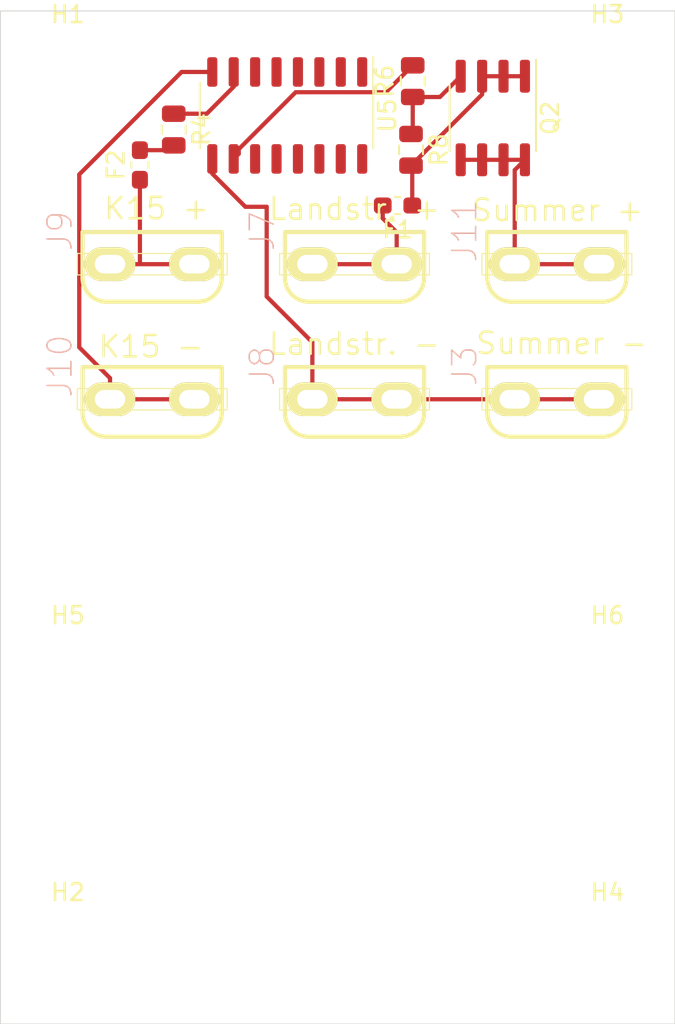
<source format=kicad_pcb>
(kicad_pcb (version 20171130) (host pcbnew "(5.1.5)-3")

  (general
    (thickness 1.6)
    (drawings 4)
    (tracks 55)
    (zones 0)
    (modules 19)
    (nets 11)
  )

  (page A4)
  (layers
    (0 F.Cu power)
    (1 In1.Cu signal)
    (2 In2.Cu signal)
    (31 B.Cu power)
    (32 B.Adhes user)
    (33 F.Adhes user)
    (34 B.Paste user)
    (35 F.Paste user)
    (36 B.SilkS user)
    (37 F.SilkS user)
    (38 B.Mask user)
    (39 F.Mask user)
    (40 Dwgs.User user)
    (41 Cmts.User user)
    (42 Eco1.User user)
    (43 Eco2.User user)
    (44 Edge.Cuts user)
    (45 Margin user)
    (46 B.CrtYd user)
    (47 F.CrtYd user)
    (48 B.Fab user)
    (49 F.Fab user hide)
  )

  (setup
    (last_trace_width 0.25)
    (trace_clearance 0.2)
    (zone_clearance 0.508)
    (zone_45_only yes)
    (trace_min 0.2)
    (via_size 0.8)
    (via_drill 0.4)
    (via_min_size 0.4)
    (via_min_drill 0.3)
    (uvia_size 0.3)
    (uvia_drill 0.1)
    (uvias_allowed no)
    (uvia_min_size 0.2)
    (uvia_min_drill 0.1)
    (edge_width 0.05)
    (segment_width 0.2)
    (pcb_text_width 0.3)
    (pcb_text_size 1.5 1.5)
    (mod_edge_width 0.12)
    (mod_text_size 1 1)
    (mod_text_width 0.15)
    (pad_size 2.54 2.54)
    (pad_drill 1.3208)
    (pad_to_mask_clearance 0.05)
    (aux_axis_origin 0 0)
    (visible_elements 7FFFFFFF)
    (pcbplotparams
      (layerselection 0x010fc_ffffffff)
      (usegerberextensions false)
      (usegerberattributes true)
      (usegerberadvancedattributes true)
      (creategerberjobfile true)
      (excludeedgelayer true)
      (linewidth 0.100000)
      (plotframeref false)
      (viasonmask false)
      (mode 1)
      (useauxorigin false)
      (hpglpennumber 1)
      (hpglpenspeed 20)
      (hpglpendiameter 15.000000)
      (psnegative false)
      (psa4output false)
      (plotreference true)
      (plotvalue true)
      (plotinvisibletext false)
      (padsonsilk false)
      (subtractmaskfromsilk false)
      (outputformat 1)
      (mirror false)
      (drillshape 1)
      (scaleselection 1)
      (outputdirectory ""))
  )

  (net 0 "")
  (net 1 GND)
  (net 2 +12V)
  (net 3 "Net-(Q2-Pad4)")
  (net 4 "Net-(R4-Pad1)")
  (net 5 "Net-(R6-Pad2)")
  (net 6 /K15_plus)
  (net 7 /K15_minus)
  (net 8 /Warn_plus)
  (net 9 "Net-(F1-Pad2)")
  (net 10 "Net-(F2-Pad1)")

  (net_class Default "This is the default net class."
    (clearance 0.2)
    (trace_width 0.25)
    (via_dia 0.8)
    (via_drill 0.4)
    (uvia_dia 0.3)
    (uvia_drill 0.1)
    (add_net +12V)
    (add_net /K15_minus)
    (add_net /K15_plus)
    (add_net /Warn_plus)
    (add_net GND)
    (add_net "Net-(F1-Pad2)")
    (add_net "Net-(F2-Pad1)")
    (add_net "Net-(Q2-Pad4)")
    (add_net "Net-(R4-Pad1)")
    (add_net "Net-(R6-Pad2)")
  )

  (net_class Antenne ""
    (clearance 0)
    (trace_width 0.2)
    (via_dia 0.6)
    (via_drill 0.4)
    (uvia_dia 0.3)
    (uvia_drill 0.1)
  )

  (net_class Power ""
    (clearance 0.2)
    (trace_width 1.2)
    (via_dia 1)
    (via_drill 0.6)
    (uvia_dia 1)
    (uvia_drill 0.6)
  )

  (module Resistor_SMD:R_0603_1608Metric_Pad1.05x0.95mm_HandSolder (layer F.Cu) (tedit 5B301BBD) (tstamp 603D5BDF)
    (at 17.272 18.1216 90)
    (descr "Resistor SMD 0603 (1608 Metric), square (rectangular) end terminal, IPC_7351 nominal with elongated pad for handsoldering. (Body size source: http://www.tortai-tech.com/upload/download/2011102023233369053.pdf), generated with kicad-footprint-generator")
    (tags "resistor handsolder")
    (path /60413092)
    (attr smd)
    (fp_text reference F2 (at 0 -1.43 90) (layer F.SilkS)
      (effects (font (size 1 1) (thickness 0.15)))
    )
    (fp_text value Polyfuse (at 0 1.43 90) (layer F.Fab)
      (effects (font (size 1 1) (thickness 0.15)))
    )
    (fp_text user %R (at 0 0 90) (layer F.Fab)
      (effects (font (size 0.4 0.4) (thickness 0.06)))
    )
    (fp_line (start 1.65 0.73) (end -1.65 0.73) (layer F.CrtYd) (width 0.05))
    (fp_line (start 1.65 -0.73) (end 1.65 0.73) (layer F.CrtYd) (width 0.05))
    (fp_line (start -1.65 -0.73) (end 1.65 -0.73) (layer F.CrtYd) (width 0.05))
    (fp_line (start -1.65 0.73) (end -1.65 -0.73) (layer F.CrtYd) (width 0.05))
    (fp_line (start -0.171267 0.51) (end 0.171267 0.51) (layer F.SilkS) (width 0.12))
    (fp_line (start -0.171267 -0.51) (end 0.171267 -0.51) (layer F.SilkS) (width 0.12))
    (fp_line (start 0.8 0.4) (end -0.8 0.4) (layer F.Fab) (width 0.1))
    (fp_line (start 0.8 -0.4) (end 0.8 0.4) (layer F.Fab) (width 0.1))
    (fp_line (start -0.8 -0.4) (end 0.8 -0.4) (layer F.Fab) (width 0.1))
    (fp_line (start -0.8 0.4) (end -0.8 -0.4) (layer F.Fab) (width 0.1))
    (pad 2 smd roundrect (at 0.875 0 90) (size 1.05 0.95) (layers F.Cu F.Paste F.Mask) (roundrect_rratio 0.25)
      (net 6 /K15_plus))
    (pad 1 smd roundrect (at -0.875 0 90) (size 1.05 0.95) (layers F.Cu F.Paste F.Mask) (roundrect_rratio 0.25)
      (net 10 "Net-(F2-Pad1)"))
    (model ${KISYS3DMOD}/Resistor_SMD.3dshapes/R_0603_1608Metric.wrl
      (at (xyz 0 0 0))
      (scale (xyz 1 1 1))
      (rotate (xyz 0 0 0))
    )
  )

  (module Resistor_SMD:R_0603_1608Metric_Pad1.05x0.95mm_HandSolder (layer F.Cu) (tedit 5B301BBD) (tstamp 603D5BCE)
    (at 32.5488 20.5232 180)
    (descr "Resistor SMD 0603 (1608 Metric), square (rectangular) end terminal, IPC_7351 nominal with elongated pad for handsoldering. (Body size source: http://www.tortai-tech.com/upload/download/2011102023233369053.pdf), generated with kicad-footprint-generator")
    (tags "resistor handsolder")
    (path /60411390)
    (attr smd)
    (fp_text reference F1 (at 0 -1.43) (layer F.SilkS)
      (effects (font (size 1 1) (thickness 0.15)))
    )
    (fp_text value Polyfuse (at 0 1.43) (layer F.Fab)
      (effects (font (size 1 1) (thickness 0.15)))
    )
    (fp_text user %R (at 0 0) (layer F.Fab)
      (effects (font (size 0.4 0.4) (thickness 0.06)))
    )
    (fp_line (start 1.65 0.73) (end -1.65 0.73) (layer F.CrtYd) (width 0.05))
    (fp_line (start 1.65 -0.73) (end 1.65 0.73) (layer F.CrtYd) (width 0.05))
    (fp_line (start -1.65 -0.73) (end 1.65 -0.73) (layer F.CrtYd) (width 0.05))
    (fp_line (start -1.65 0.73) (end -1.65 -0.73) (layer F.CrtYd) (width 0.05))
    (fp_line (start -0.171267 0.51) (end 0.171267 0.51) (layer F.SilkS) (width 0.12))
    (fp_line (start -0.171267 -0.51) (end 0.171267 -0.51) (layer F.SilkS) (width 0.12))
    (fp_line (start 0.8 0.4) (end -0.8 0.4) (layer F.Fab) (width 0.1))
    (fp_line (start 0.8 -0.4) (end 0.8 0.4) (layer F.Fab) (width 0.1))
    (fp_line (start -0.8 -0.4) (end 0.8 -0.4) (layer F.Fab) (width 0.1))
    (fp_line (start -0.8 0.4) (end -0.8 -0.4) (layer F.Fab) (width 0.1))
    (pad 2 smd roundrect (at 0.875 0 180) (size 1.05 0.95) (layers F.Cu F.Paste F.Mask) (roundrect_rratio 0.25)
      (net 9 "Net-(F1-Pad2)"))
    (pad 1 smd roundrect (at -0.875 0 180) (size 1.05 0.95) (layers F.Cu F.Paste F.Mask) (roundrect_rratio 0.25)
      (net 2 +12V))
    (model ${KISYS3DMOD}/Resistor_SMD.3dshapes/R_0603_1608Metric.wrl
      (at (xyz 0 0 0))
      (scale (xyz 1 1 1))
      (rotate (xyz 0 0 0))
    )
  )

  (module MountingHole:MountingHole_2.2mm_M2 (layer F.Cu) (tedit 56D1B4CB) (tstamp 603D4C91)
    (at 45 48)
    (descr "Mounting Hole 2.2mm, no annular, M2")
    (tags "mounting hole 2.2mm no annular m2")
    (path /6040C43F)
    (attr virtual)
    (fp_text reference H6 (at 0 -3.2) (layer F.SilkS)
      (effects (font (size 1 1) (thickness 0.15)))
    )
    (fp_text value MountingHole (at 0 3.2) (layer F.Fab)
      (effects (font (size 1 1) (thickness 0.15)))
    )
    (fp_circle (center 0 0) (end 2.45 0) (layer F.CrtYd) (width 0.05))
    (fp_circle (center 0 0) (end 2.2 0) (layer Cmts.User) (width 0.15))
    (fp_text user %R (at 0.3 0) (layer F.Fab)
      (effects (font (size 1 1) (thickness 0.15)))
    )
    (pad 1 np_thru_hole circle (at 0 0) (size 2.2 2.2) (drill 2.2) (layers *.Cu *.Mask))
  )

  (module MountingHole:MountingHole_2.2mm_M2 (layer F.Cu) (tedit 56D1B4CB) (tstamp 603D4C89)
    (at 13 48)
    (descr "Mounting Hole 2.2mm, no annular, M2")
    (tags "mounting hole 2.2mm no annular m2")
    (path /6040C435)
    (attr virtual)
    (fp_text reference H5 (at 0 -3.2) (layer F.SilkS)
      (effects (font (size 1 1) (thickness 0.15)))
    )
    (fp_text value MountingHole (at 0 3.2) (layer F.Fab)
      (effects (font (size 1 1) (thickness 0.15)))
    )
    (fp_circle (center 0 0) (end 2.45 0) (layer F.CrtYd) (width 0.05))
    (fp_circle (center 0 0) (end 2.2 0) (layer Cmts.User) (width 0.15))
    (fp_text user %R (at 0.3 0) (layer F.Fab)
      (effects (font (size 1 1) (thickness 0.15)))
    )
    (pad 1 np_thru_hole circle (at 0 0) (size 2.2 2.2) (drill 2.2) (layers *.Cu *.Mask))
  )

  (module MountingHole:MountingHole_3.2mm_M3_DIN965 (layer F.Cu) (tedit 56D1B4CB) (tstamp 603D2CF0)
    (at 13 13)
    (descr "Mounting Hole 3.2mm, no annular, M3, DIN965")
    (tags "mounting hole 3.2mm no annular m3 din965")
    (path /60433D85)
    (attr virtual)
    (fp_text reference H1 (at 0 -3.8) (layer F.SilkS)
      (effects (font (size 1 1) (thickness 0.15)))
    )
    (fp_text value MountingHole (at 0 3.8) (layer F.Fab)
      (effects (font (size 1 1) (thickness 0.15)))
    )
    (fp_text user %R (at 0.3 0) (layer F.Fab)
      (effects (font (size 1 1) (thickness 0.15)))
    )
    (fp_circle (center 0 0) (end 2.8 0) (layer Cmts.User) (width 0.15))
    (fp_circle (center 0 0) (end 3.05 0) (layer F.CrtYd) (width 0.05))
    (pad 1 np_thru_hole circle (at 0 0) (size 3.2 3.2) (drill 3.2) (layers *.Cu *.Mask))
  )

  (module MountingHole:MountingHole_3.2mm_M3_DIN965 (layer F.Cu) (tedit 56D1B4CB) (tstamp 603D2CF8)
    (at 13 65)
    (descr "Mounting Hole 3.2mm, no annular, M3, DIN965")
    (tags "mounting hole 3.2mm no annular m3 din965")
    (path /60438F02)
    (attr virtual)
    (fp_text reference H2 (at 0 -3.8) (layer F.SilkS)
      (effects (font (size 1 1) (thickness 0.15)))
    )
    (fp_text value MountingHole (at 0 3.8) (layer F.Fab)
      (effects (font (size 1 1) (thickness 0.15)))
    )
    (fp_text user %R (at 0.3 0) (layer F.Fab)
      (effects (font (size 1 1) (thickness 0.15)))
    )
    (fp_circle (center 0 0) (end 2.8 0) (layer Cmts.User) (width 0.15))
    (fp_circle (center 0 0) (end 3.05 0) (layer F.CrtYd) (width 0.05))
    (pad 1 np_thru_hole circle (at 0 0) (size 3.2 3.2) (drill 3.2) (layers *.Cu *.Mask))
  )

  (module MountingHole:MountingHole_3.2mm_M3_DIN965 (layer F.Cu) (tedit 56D1B4CB) (tstamp 603D2D00)
    (at 45 13)
    (descr "Mounting Hole 3.2mm, no annular, M3, DIN965")
    (tags "mounting hole 3.2mm no annular m3 din965")
    (path /60438956)
    (attr virtual)
    (fp_text reference H3 (at 0 -3.8) (layer F.SilkS)
      (effects (font (size 1 1) (thickness 0.15)))
    )
    (fp_text value MountingHole (at 0 3.8) (layer F.Fab)
      (effects (font (size 1 1) (thickness 0.15)))
    )
    (fp_circle (center 0 0) (end 3.05 0) (layer F.CrtYd) (width 0.05))
    (fp_circle (center 0 0) (end 2.8 0) (layer Cmts.User) (width 0.15))
    (fp_text user %R (at 0.3 0) (layer F.Fab)
      (effects (font (size 1 1) (thickness 0.15)))
    )
    (pad 1 np_thru_hole circle (at 0 0) (size 3.2 3.2) (drill 3.2) (layers *.Cu *.Mask))
  )

  (module MountingHole:MountingHole_3.2mm_M3_DIN965 (layer F.Cu) (tedit 56D1B4CB) (tstamp 603D2D08)
    (at 45 65)
    (descr "Mounting Hole 3.2mm, no annular, M3, DIN965")
    (tags "mounting hole 3.2mm no annular m3 din965")
    (path /60438F0C)
    (attr virtual)
    (fp_text reference H4 (at 0 -3.8) (layer F.SilkS)
      (effects (font (size 1 1) (thickness 0.15)))
    )
    (fp_text value MountingHole (at 0 3.8) (layer F.Fab)
      (effects (font (size 1 1) (thickness 0.15)))
    )
    (fp_circle (center 0 0) (end 3.05 0) (layer F.CrtYd) (width 0.05))
    (fp_circle (center 0 0) (end 2.8 0) (layer Cmts.User) (width 0.15))
    (fp_text user %R (at 0.3 0) (layer F.Fab)
      (effects (font (size 1 1) (thickness 0.15)))
    )
    (pad 1 np_thru_hole circle (at 0 0) (size 3.2 3.2) (drill 3.2) (layers *.Cu *.Mask))
  )

  (module MyComponents:FASTON-6_3mm (layer F.Cu) (tedit 5FFB621F) (tstamp 603D2D28)
    (at 42 32)
    (descr "FASTON PCB 0.20\" MOUNTING")
    (tags "FASTON PCB 0.20\" MOUNTING")
    (path /6014A248)
    (attr virtual)
    (fp_text reference J3 (at -5.4737 -1.9685 90) (layer B.SilkS)
      (effects (font (size 1.4224 1.4224) (thickness 0.0889)))
    )
    (fp_text value "Summer -" (at 0.291 -3.3234) (layer F.SilkS)
      (effects (font (size 1.27 1.27) (thickness 0.15)))
    )
    (fp_line (start -3.4925 0.635) (end -1.5875 0.635) (layer F.SilkS) (width 0.06604))
    (fp_line (start -1.5875 0.635) (end -1.5875 -0.635) (layer F.SilkS) (width 0.06604))
    (fp_line (start -3.4925 -0.635) (end -1.5875 -0.635) (layer F.SilkS) (width 0.06604))
    (fp_line (start -3.4925 0.635) (end -3.4925 -0.635) (layer F.SilkS) (width 0.06604))
    (fp_line (start 1.5875 0.635) (end 3.4925 0.635) (layer F.SilkS) (width 0.06604))
    (fp_line (start 3.4925 0.635) (end 3.4925 -0.635) (layer F.SilkS) (width 0.06604))
    (fp_line (start 1.5875 -0.635) (end 3.4925 -0.635) (layer F.SilkS) (width 0.06604))
    (fp_line (start 1.5875 0.635) (end 1.5875 -0.635) (layer F.SilkS) (width 0.06604))
    (fp_line (start -4.445 0.635) (end -3.4925 0.635) (layer F.SilkS) (width 0.06604))
    (fp_line (start -3.4925 0.635) (end -3.4925 -0.635) (layer F.SilkS) (width 0.06604))
    (fp_line (start -4.445 -0.635) (end -3.4925 -0.635) (layer F.SilkS) (width 0.06604))
    (fp_line (start -4.445 0.635) (end -4.445 -0.635) (layer F.SilkS) (width 0.06604))
    (fp_line (start 3.4925 0.635) (end 4.445 0.635) (layer F.SilkS) (width 0.06604))
    (fp_line (start 4.445 0.635) (end 4.445 -0.635) (layer F.SilkS) (width 0.06604))
    (fp_line (start 3.4925 -0.635) (end 4.445 -0.635) (layer F.SilkS) (width 0.06604))
    (fp_line (start 3.4925 0.635) (end 3.4925 -0.635) (layer F.SilkS) (width 0.06604))
    (fp_line (start -1.5875 0.635) (end 1.5875 0.635) (layer F.SilkS) (width 0.06604))
    (fp_line (start 1.5875 0.635) (end 1.5875 -0.635) (layer F.SilkS) (width 0.06604))
    (fp_line (start -1.5875 -0.635) (end 1.5875 -0.635) (layer F.SilkS) (width 0.06604))
    (fp_line (start -1.5875 0.635) (end -1.5875 -0.635) (layer F.SilkS) (width 0.06604))
    (fp_line (start -4.1275 -1.905) (end 4.1275 -1.905) (layer F.SilkS) (width 0.254))
    (fp_line (start 4.1275 -1.905) (end 4.1275 0.8001) (layer F.SilkS) (width 0.254))
    (fp_line (start 2.7051 2.2225) (end -2.7051 2.2225) (layer F.SilkS) (width 0.254))
    (fp_line (start -4.1275 0.8001) (end -4.1275 -1.905) (layer F.SilkS) (width 0.254))
    (fp_arc (start 2.7051 0.8001) (end 4.1275 0.8001) (angle 90) (layer F.SilkS) (width 0.254))
    (fp_arc (start -2.7051 0.8001) (end -2.7051 2.2225) (angle 90) (layer F.SilkS) (width 0.254))
    (pad 1 thru_hole oval (at -2.5 0) (size 3 2) (drill oval 1.8 1.1) (layers *.Cu F.Paste F.SilkS F.Mask)
      (net 1 GND))
    (pad 1 thru_hole oval (at 2.5 0) (size 3 2) (drill oval 1.8 1.1) (layers *.Cu F.Paste F.SilkS F.Mask)
      (net 1 GND))
  )

  (module MyComponents:FASTON-6_3mm (layer F.Cu) (tedit 5FFB621F) (tstamp 603D2D48)
    (at 30 24)
    (descr "FASTON PCB 0.20\" MOUNTING")
    (tags "FASTON PCB 0.20\" MOUNTING")
    (path /6001F8F7)
    (attr virtual)
    (fp_text reference J7 (at -5.4737 -1.9685 90) (layer B.SilkS)
      (effects (font (size 1.4224 1.4224) (thickness 0.0889)))
    )
    (fp_text value "Landstr. +" (at -0.0026 -3.2736) (layer F.SilkS)
      (effects (font (size 1.27 1.27) (thickness 0.15)))
    )
    (fp_arc (start -2.7051 0.8001) (end -2.7051 2.2225) (angle 90) (layer F.SilkS) (width 0.254))
    (fp_arc (start 2.7051 0.8001) (end 4.1275 0.8001) (angle 90) (layer F.SilkS) (width 0.254))
    (fp_line (start -4.1275 0.8001) (end -4.1275 -1.905) (layer F.SilkS) (width 0.254))
    (fp_line (start 2.7051 2.2225) (end -2.7051 2.2225) (layer F.SilkS) (width 0.254))
    (fp_line (start 4.1275 -1.905) (end 4.1275 0.8001) (layer F.SilkS) (width 0.254))
    (fp_line (start -4.1275 -1.905) (end 4.1275 -1.905) (layer F.SilkS) (width 0.254))
    (fp_line (start -1.5875 0.635) (end -1.5875 -0.635) (layer F.SilkS) (width 0.06604))
    (fp_line (start -1.5875 -0.635) (end 1.5875 -0.635) (layer F.SilkS) (width 0.06604))
    (fp_line (start 1.5875 0.635) (end 1.5875 -0.635) (layer F.SilkS) (width 0.06604))
    (fp_line (start -1.5875 0.635) (end 1.5875 0.635) (layer F.SilkS) (width 0.06604))
    (fp_line (start 3.4925 0.635) (end 3.4925 -0.635) (layer F.SilkS) (width 0.06604))
    (fp_line (start 3.4925 -0.635) (end 4.445 -0.635) (layer F.SilkS) (width 0.06604))
    (fp_line (start 4.445 0.635) (end 4.445 -0.635) (layer F.SilkS) (width 0.06604))
    (fp_line (start 3.4925 0.635) (end 4.445 0.635) (layer F.SilkS) (width 0.06604))
    (fp_line (start -4.445 0.635) (end -4.445 -0.635) (layer F.SilkS) (width 0.06604))
    (fp_line (start -4.445 -0.635) (end -3.4925 -0.635) (layer F.SilkS) (width 0.06604))
    (fp_line (start -3.4925 0.635) (end -3.4925 -0.635) (layer F.SilkS) (width 0.06604))
    (fp_line (start -4.445 0.635) (end -3.4925 0.635) (layer F.SilkS) (width 0.06604))
    (fp_line (start 1.5875 0.635) (end 1.5875 -0.635) (layer F.SilkS) (width 0.06604))
    (fp_line (start 1.5875 -0.635) (end 3.4925 -0.635) (layer F.SilkS) (width 0.06604))
    (fp_line (start 3.4925 0.635) (end 3.4925 -0.635) (layer F.SilkS) (width 0.06604))
    (fp_line (start 1.5875 0.635) (end 3.4925 0.635) (layer F.SilkS) (width 0.06604))
    (fp_line (start -3.4925 0.635) (end -3.4925 -0.635) (layer F.SilkS) (width 0.06604))
    (fp_line (start -3.4925 -0.635) (end -1.5875 -0.635) (layer F.SilkS) (width 0.06604))
    (fp_line (start -1.5875 0.635) (end -1.5875 -0.635) (layer F.SilkS) (width 0.06604))
    (fp_line (start -3.4925 0.635) (end -1.5875 0.635) (layer F.SilkS) (width 0.06604))
    (pad 1 thru_hole oval (at 2.5 0) (size 3 2) (drill oval 1.8 1.1) (layers *.Cu F.Paste F.SilkS F.Mask)
      (net 9 "Net-(F1-Pad2)"))
    (pad 1 thru_hole oval (at -2.5 0) (size 3 2) (drill oval 1.8 1.1) (layers *.Cu F.Paste F.SilkS F.Mask)
      (net 9 "Net-(F1-Pad2)"))
  )

  (module MyComponents:FASTON-6_3mm (layer F.Cu) (tedit 5FFB621F) (tstamp 603D2D68)
    (at 30 32)
    (descr "FASTON PCB 0.20\" MOUNTING")
    (tags "FASTON PCB 0.20\" MOUNTING")
    (path /6001F8ED)
    (attr virtual)
    (fp_text reference J8 (at -5.4737 -1.9685 90) (layer B.SilkS)
      (effects (font (size 1.4224 1.4224) (thickness 0.0889)))
    )
    (fp_text value "Landstr. -" (at 0 -3.2766) (layer F.SilkS)
      (effects (font (size 1.27 1.27) (thickness 0.15)))
    )
    (fp_line (start -3.4925 0.635) (end -1.5875 0.635) (layer F.SilkS) (width 0.06604))
    (fp_line (start -1.5875 0.635) (end -1.5875 -0.635) (layer F.SilkS) (width 0.06604))
    (fp_line (start -3.4925 -0.635) (end -1.5875 -0.635) (layer F.SilkS) (width 0.06604))
    (fp_line (start -3.4925 0.635) (end -3.4925 -0.635) (layer F.SilkS) (width 0.06604))
    (fp_line (start 1.5875 0.635) (end 3.4925 0.635) (layer F.SilkS) (width 0.06604))
    (fp_line (start 3.4925 0.635) (end 3.4925 -0.635) (layer F.SilkS) (width 0.06604))
    (fp_line (start 1.5875 -0.635) (end 3.4925 -0.635) (layer F.SilkS) (width 0.06604))
    (fp_line (start 1.5875 0.635) (end 1.5875 -0.635) (layer F.SilkS) (width 0.06604))
    (fp_line (start -4.445 0.635) (end -3.4925 0.635) (layer F.SilkS) (width 0.06604))
    (fp_line (start -3.4925 0.635) (end -3.4925 -0.635) (layer F.SilkS) (width 0.06604))
    (fp_line (start -4.445 -0.635) (end -3.4925 -0.635) (layer F.SilkS) (width 0.06604))
    (fp_line (start -4.445 0.635) (end -4.445 -0.635) (layer F.SilkS) (width 0.06604))
    (fp_line (start 3.4925 0.635) (end 4.445 0.635) (layer F.SilkS) (width 0.06604))
    (fp_line (start 4.445 0.635) (end 4.445 -0.635) (layer F.SilkS) (width 0.06604))
    (fp_line (start 3.4925 -0.635) (end 4.445 -0.635) (layer F.SilkS) (width 0.06604))
    (fp_line (start 3.4925 0.635) (end 3.4925 -0.635) (layer F.SilkS) (width 0.06604))
    (fp_line (start -1.5875 0.635) (end 1.5875 0.635) (layer F.SilkS) (width 0.06604))
    (fp_line (start 1.5875 0.635) (end 1.5875 -0.635) (layer F.SilkS) (width 0.06604))
    (fp_line (start -1.5875 -0.635) (end 1.5875 -0.635) (layer F.SilkS) (width 0.06604))
    (fp_line (start -1.5875 0.635) (end -1.5875 -0.635) (layer F.SilkS) (width 0.06604))
    (fp_line (start -4.1275 -1.905) (end 4.1275 -1.905) (layer F.SilkS) (width 0.254))
    (fp_line (start 4.1275 -1.905) (end 4.1275 0.8001) (layer F.SilkS) (width 0.254))
    (fp_line (start 2.7051 2.2225) (end -2.7051 2.2225) (layer F.SilkS) (width 0.254))
    (fp_line (start -4.1275 0.8001) (end -4.1275 -1.905) (layer F.SilkS) (width 0.254))
    (fp_arc (start 2.7051 0.8001) (end 4.1275 0.8001) (angle 90) (layer F.SilkS) (width 0.254))
    (fp_arc (start -2.7051 0.8001) (end -2.7051 2.2225) (angle 90) (layer F.SilkS) (width 0.254))
    (pad 1 thru_hole oval (at -2.5 0) (size 3 2) (drill oval 1.8 1.1) (layers *.Cu F.Paste F.SilkS F.Mask)
      (net 1 GND))
    (pad 1 thru_hole oval (at 2.5 0) (size 3 2) (drill oval 1.8 1.1) (layers *.Cu F.Paste F.SilkS F.Mask)
      (net 1 GND))
  )

  (module MyComponents:FASTON-6_3mm (layer F.Cu) (tedit 5FFB621F) (tstamp 603D2D88)
    (at 18 24)
    (descr "FASTON PCB 0.20\" MOUNTING")
    (tags "FASTON PCB 0.20\" MOUNTING")
    (path /5FFC983B)
    (attr virtual)
    (fp_text reference J9 (at -5.4737 -1.9685 90) (layer B.SilkS)
      (effects (font (size 1.4224 1.4224) (thickness 0.0889)))
    )
    (fp_text value "K15 +" (at 0.2626 -3.299) (layer F.SilkS)
      (effects (font (size 1.27 1.27) (thickness 0.15)))
    )
    (fp_arc (start -2.7051 0.8001) (end -2.7051 2.2225) (angle 90) (layer F.SilkS) (width 0.254))
    (fp_arc (start 2.7051 0.8001) (end 4.1275 0.8001) (angle 90) (layer F.SilkS) (width 0.254))
    (fp_line (start -4.1275 0.8001) (end -4.1275 -1.905) (layer F.SilkS) (width 0.254))
    (fp_line (start 2.7051 2.2225) (end -2.7051 2.2225) (layer F.SilkS) (width 0.254))
    (fp_line (start 4.1275 -1.905) (end 4.1275 0.8001) (layer F.SilkS) (width 0.254))
    (fp_line (start -4.1275 -1.905) (end 4.1275 -1.905) (layer F.SilkS) (width 0.254))
    (fp_line (start -1.5875 0.635) (end -1.5875 -0.635) (layer F.SilkS) (width 0.06604))
    (fp_line (start -1.5875 -0.635) (end 1.5875 -0.635) (layer F.SilkS) (width 0.06604))
    (fp_line (start 1.5875 0.635) (end 1.5875 -0.635) (layer F.SilkS) (width 0.06604))
    (fp_line (start -1.5875 0.635) (end 1.5875 0.635) (layer F.SilkS) (width 0.06604))
    (fp_line (start 3.4925 0.635) (end 3.4925 -0.635) (layer F.SilkS) (width 0.06604))
    (fp_line (start 3.4925 -0.635) (end 4.445 -0.635) (layer F.SilkS) (width 0.06604))
    (fp_line (start 4.445 0.635) (end 4.445 -0.635) (layer F.SilkS) (width 0.06604))
    (fp_line (start 3.4925 0.635) (end 4.445 0.635) (layer F.SilkS) (width 0.06604))
    (fp_line (start -4.445 0.635) (end -4.445 -0.635) (layer F.SilkS) (width 0.06604))
    (fp_line (start -4.445 -0.635) (end -3.4925 -0.635) (layer F.SilkS) (width 0.06604))
    (fp_line (start -3.4925 0.635) (end -3.4925 -0.635) (layer F.SilkS) (width 0.06604))
    (fp_line (start -4.445 0.635) (end -3.4925 0.635) (layer F.SilkS) (width 0.06604))
    (fp_line (start 1.5875 0.635) (end 1.5875 -0.635) (layer F.SilkS) (width 0.06604))
    (fp_line (start 1.5875 -0.635) (end 3.4925 -0.635) (layer F.SilkS) (width 0.06604))
    (fp_line (start 3.4925 0.635) (end 3.4925 -0.635) (layer F.SilkS) (width 0.06604))
    (fp_line (start 1.5875 0.635) (end 3.4925 0.635) (layer F.SilkS) (width 0.06604))
    (fp_line (start -3.4925 0.635) (end -3.4925 -0.635) (layer F.SilkS) (width 0.06604))
    (fp_line (start -3.4925 -0.635) (end -1.5875 -0.635) (layer F.SilkS) (width 0.06604))
    (fp_line (start -1.5875 0.635) (end -1.5875 -0.635) (layer F.SilkS) (width 0.06604))
    (fp_line (start -3.4925 0.635) (end -1.5875 0.635) (layer F.SilkS) (width 0.06604))
    (pad 1 thru_hole oval (at 2.5 0) (size 3 2) (drill oval 1.8 1.1) (layers *.Cu F.Paste F.SilkS F.Mask)
      (net 10 "Net-(F2-Pad1)"))
    (pad 1 thru_hole oval (at -2.5 0) (size 3 2) (drill oval 1.8 1.1) (layers *.Cu F.Paste F.SilkS F.Mask)
      (net 10 "Net-(F2-Pad1)"))
  )

  (module MyComponents:FASTON-6_3mm (layer F.Cu) (tedit 5FFB621F) (tstamp 603D2DA8)
    (at 18 32)
    (descr "FASTON PCB 0.20\" MOUNTING")
    (tags "FASTON PCB 0.20\" MOUNTING")
    (path /5FFC9831)
    (attr virtual)
    (fp_text reference J10 (at -5.4737 -1.9685 90) (layer B.SilkS)
      (effects (font (size 1.4224 1.4224) (thickness 0.0889)))
    )
    (fp_text value "K15 -" (at -0.0676 -3.1202) (layer F.SilkS)
      (effects (font (size 1.27 1.27) (thickness 0.15)))
    )
    (fp_line (start -3.4925 0.635) (end -1.5875 0.635) (layer F.SilkS) (width 0.06604))
    (fp_line (start -1.5875 0.635) (end -1.5875 -0.635) (layer F.SilkS) (width 0.06604))
    (fp_line (start -3.4925 -0.635) (end -1.5875 -0.635) (layer F.SilkS) (width 0.06604))
    (fp_line (start -3.4925 0.635) (end -3.4925 -0.635) (layer F.SilkS) (width 0.06604))
    (fp_line (start 1.5875 0.635) (end 3.4925 0.635) (layer F.SilkS) (width 0.06604))
    (fp_line (start 3.4925 0.635) (end 3.4925 -0.635) (layer F.SilkS) (width 0.06604))
    (fp_line (start 1.5875 -0.635) (end 3.4925 -0.635) (layer F.SilkS) (width 0.06604))
    (fp_line (start 1.5875 0.635) (end 1.5875 -0.635) (layer F.SilkS) (width 0.06604))
    (fp_line (start -4.445 0.635) (end -3.4925 0.635) (layer F.SilkS) (width 0.06604))
    (fp_line (start -3.4925 0.635) (end -3.4925 -0.635) (layer F.SilkS) (width 0.06604))
    (fp_line (start -4.445 -0.635) (end -3.4925 -0.635) (layer F.SilkS) (width 0.06604))
    (fp_line (start -4.445 0.635) (end -4.445 -0.635) (layer F.SilkS) (width 0.06604))
    (fp_line (start 3.4925 0.635) (end 4.445 0.635) (layer F.SilkS) (width 0.06604))
    (fp_line (start 4.445 0.635) (end 4.445 -0.635) (layer F.SilkS) (width 0.06604))
    (fp_line (start 3.4925 -0.635) (end 4.445 -0.635) (layer F.SilkS) (width 0.06604))
    (fp_line (start 3.4925 0.635) (end 3.4925 -0.635) (layer F.SilkS) (width 0.06604))
    (fp_line (start -1.5875 0.635) (end 1.5875 0.635) (layer F.SilkS) (width 0.06604))
    (fp_line (start 1.5875 0.635) (end 1.5875 -0.635) (layer F.SilkS) (width 0.06604))
    (fp_line (start -1.5875 -0.635) (end 1.5875 -0.635) (layer F.SilkS) (width 0.06604))
    (fp_line (start -1.5875 0.635) (end -1.5875 -0.635) (layer F.SilkS) (width 0.06604))
    (fp_line (start -4.1275 -1.905) (end 4.1275 -1.905) (layer F.SilkS) (width 0.254))
    (fp_line (start 4.1275 -1.905) (end 4.1275 0.8001) (layer F.SilkS) (width 0.254))
    (fp_line (start 2.7051 2.2225) (end -2.7051 2.2225) (layer F.SilkS) (width 0.254))
    (fp_line (start -4.1275 0.8001) (end -4.1275 -1.905) (layer F.SilkS) (width 0.254))
    (fp_arc (start 2.7051 0.8001) (end 4.1275 0.8001) (angle 90) (layer F.SilkS) (width 0.254))
    (fp_arc (start -2.7051 0.8001) (end -2.7051 2.2225) (angle 90) (layer F.SilkS) (width 0.254))
    (pad 1 thru_hole oval (at -2.5 0) (size 3 2) (drill oval 1.8 1.1) (layers *.Cu F.Paste F.SilkS F.Mask)
      (net 7 /K15_minus))
    (pad 1 thru_hole oval (at 2.5 0) (size 3 2) (drill oval 1.8 1.1) (layers *.Cu F.Paste F.SilkS F.Mask)
      (net 7 /K15_minus))
  )

  (module MyComponents:FASTON-6_3mm (layer F.Cu) (tedit 5FFB621F) (tstamp 603D2DC8)
    (at 42 24)
    (descr "FASTON PCB 0.20\" MOUNTING")
    (tags "FASTON PCB 0.20\" MOUNTING")
    (path /5FFC94E9)
    (attr virtual)
    (fp_text reference J11 (at -5.4737 -1.9685 90) (layer B.SilkS)
      (effects (font (size 1.4224 1.4224) (thickness 0.0889)))
    )
    (fp_text value "Summer +" (at 0.037 -3.1974) (layer F.SilkS)
      (effects (font (size 1.27 1.27) (thickness 0.15)))
    )
    (fp_arc (start -2.7051 0.8001) (end -2.7051 2.2225) (angle 90) (layer F.SilkS) (width 0.254))
    (fp_arc (start 2.7051 0.8001) (end 4.1275 0.8001) (angle 90) (layer F.SilkS) (width 0.254))
    (fp_line (start -4.1275 0.8001) (end -4.1275 -1.905) (layer F.SilkS) (width 0.254))
    (fp_line (start 2.7051 2.2225) (end -2.7051 2.2225) (layer F.SilkS) (width 0.254))
    (fp_line (start 4.1275 -1.905) (end 4.1275 0.8001) (layer F.SilkS) (width 0.254))
    (fp_line (start -4.1275 -1.905) (end 4.1275 -1.905) (layer F.SilkS) (width 0.254))
    (fp_line (start -1.5875 0.635) (end -1.5875 -0.635) (layer F.SilkS) (width 0.06604))
    (fp_line (start -1.5875 -0.635) (end 1.5875 -0.635) (layer F.SilkS) (width 0.06604))
    (fp_line (start 1.5875 0.635) (end 1.5875 -0.635) (layer F.SilkS) (width 0.06604))
    (fp_line (start -1.5875 0.635) (end 1.5875 0.635) (layer F.SilkS) (width 0.06604))
    (fp_line (start 3.4925 0.635) (end 3.4925 -0.635) (layer F.SilkS) (width 0.06604))
    (fp_line (start 3.4925 -0.635) (end 4.445 -0.635) (layer F.SilkS) (width 0.06604))
    (fp_line (start 4.445 0.635) (end 4.445 -0.635) (layer F.SilkS) (width 0.06604))
    (fp_line (start 3.4925 0.635) (end 4.445 0.635) (layer F.SilkS) (width 0.06604))
    (fp_line (start -4.445 0.635) (end -4.445 -0.635) (layer F.SilkS) (width 0.06604))
    (fp_line (start -4.445 -0.635) (end -3.4925 -0.635) (layer F.SilkS) (width 0.06604))
    (fp_line (start -3.4925 0.635) (end -3.4925 -0.635) (layer F.SilkS) (width 0.06604))
    (fp_line (start -4.445 0.635) (end -3.4925 0.635) (layer F.SilkS) (width 0.06604))
    (fp_line (start 1.5875 0.635) (end 1.5875 -0.635) (layer F.SilkS) (width 0.06604))
    (fp_line (start 1.5875 -0.635) (end 3.4925 -0.635) (layer F.SilkS) (width 0.06604))
    (fp_line (start 3.4925 0.635) (end 3.4925 -0.635) (layer F.SilkS) (width 0.06604))
    (fp_line (start 1.5875 0.635) (end 3.4925 0.635) (layer F.SilkS) (width 0.06604))
    (fp_line (start -3.4925 0.635) (end -3.4925 -0.635) (layer F.SilkS) (width 0.06604))
    (fp_line (start -3.4925 -0.635) (end -1.5875 -0.635) (layer F.SilkS) (width 0.06604))
    (fp_line (start -1.5875 0.635) (end -1.5875 -0.635) (layer F.SilkS) (width 0.06604))
    (fp_line (start -3.4925 0.635) (end -1.5875 0.635) (layer F.SilkS) (width 0.06604))
    (pad 1 thru_hole oval (at 2.5 0) (size 3 2) (drill oval 1.8 1.1) (layers *.Cu F.Paste F.SilkS F.Mask)
      (net 8 /Warn_plus))
    (pad 1 thru_hole oval (at -2.5 0) (size 3 2) (drill oval 1.8 1.1) (layers *.Cu F.Paste F.SilkS F.Mask)
      (net 8 /Warn_plus))
  )

  (module Package_SO:SOIC-8_3.9x4.9mm_P1.27mm (layer F.Cu) (tedit 5D9F72B1) (tstamp 603D2DE2)
    (at 38.2016 15.3416 270)
    (descr "SOIC, 8 Pin (JEDEC MS-012AA, https://www.analog.com/media/en/package-pcb-resources/package/pkg_pdf/soic_narrow-r/r_8.pdf), generated with kicad-footprint-generator ipc_gullwing_generator.py")
    (tags "SOIC SO")
    (path /600689D6)
    (attr smd)
    (fp_text reference Q2 (at 0 -3.4 90) (layer F.SilkS)
      (effects (font (size 1 1) (thickness 0.15)))
    )
    (fp_text value IRF7404 (at 0 3.4 90) (layer F.Fab)
      (effects (font (size 1 1) (thickness 0.15)))
    )
    (fp_line (start 0 2.56) (end 1.95 2.56) (layer F.SilkS) (width 0.12))
    (fp_line (start 0 2.56) (end -1.95 2.56) (layer F.SilkS) (width 0.12))
    (fp_line (start 0 -2.56) (end 1.95 -2.56) (layer F.SilkS) (width 0.12))
    (fp_line (start 0 -2.56) (end -3.45 -2.56) (layer F.SilkS) (width 0.12))
    (fp_line (start -0.975 -2.45) (end 1.95 -2.45) (layer F.Fab) (width 0.1))
    (fp_line (start 1.95 -2.45) (end 1.95 2.45) (layer F.Fab) (width 0.1))
    (fp_line (start 1.95 2.45) (end -1.95 2.45) (layer F.Fab) (width 0.1))
    (fp_line (start -1.95 2.45) (end -1.95 -1.475) (layer F.Fab) (width 0.1))
    (fp_line (start -1.95 -1.475) (end -0.975 -2.45) (layer F.Fab) (width 0.1))
    (fp_line (start -3.7 -2.7) (end -3.7 2.7) (layer F.CrtYd) (width 0.05))
    (fp_line (start -3.7 2.7) (end 3.7 2.7) (layer F.CrtYd) (width 0.05))
    (fp_line (start 3.7 2.7) (end 3.7 -2.7) (layer F.CrtYd) (width 0.05))
    (fp_line (start 3.7 -2.7) (end -3.7 -2.7) (layer F.CrtYd) (width 0.05))
    (fp_text user %R (at 0 0 90) (layer F.Fab)
      (effects (font (size 0.98 0.98) (thickness 0.15)))
    )
    (pad 1 smd roundrect (at -2.475 -1.905 270) (size 1.95 0.6) (layers F.Cu F.Paste F.Mask) (roundrect_rratio 0.25)
      (net 2 +12V))
    (pad 2 smd roundrect (at -2.475 -0.635 270) (size 1.95 0.6) (layers F.Cu F.Paste F.Mask) (roundrect_rratio 0.25)
      (net 2 +12V))
    (pad 3 smd roundrect (at -2.475 0.635 270) (size 1.95 0.6) (layers F.Cu F.Paste F.Mask) (roundrect_rratio 0.25)
      (net 2 +12V))
    (pad 4 smd roundrect (at -2.475 1.905 270) (size 1.95 0.6) (layers F.Cu F.Paste F.Mask) (roundrect_rratio 0.25)
      (net 3 "Net-(Q2-Pad4)"))
    (pad 5 smd roundrect (at 2.475 1.905 270) (size 1.95 0.6) (layers F.Cu F.Paste F.Mask) (roundrect_rratio 0.25)
      (net 8 /Warn_plus))
    (pad 6 smd roundrect (at 2.475 0.635 270) (size 1.95 0.6) (layers F.Cu F.Paste F.Mask) (roundrect_rratio 0.25)
      (net 8 /Warn_plus))
    (pad 7 smd roundrect (at 2.475 -0.635 270) (size 1.95 0.6) (layers F.Cu F.Paste F.Mask) (roundrect_rratio 0.25)
      (net 8 /Warn_plus))
    (pad 8 smd roundrect (at 2.475 -1.905 270) (size 1.95 0.6) (layers F.Cu F.Paste F.Mask) (roundrect_rratio 0.25)
      (net 8 /Warn_plus))
    (model ${KISYS3DMOD}/Package_SO.3dshapes/SOIC-8_3.9x4.9mm_P1.27mm.wrl
      (at (xyz 0 0 0))
      (scale (xyz 1 1 1))
      (rotate (xyz 0 0 0))
    )
  )

  (module Resistor_SMD:R_0805_2012Metric (layer F.Cu) (tedit 5B36C52B) (tstamp 603D2DF3)
    (at 19.2786 16.0251 270)
    (descr "Resistor SMD 0805 (2012 Metric), square (rectangular) end terminal, IPC_7351 nominal, (Body size source: https://docs.google.com/spreadsheets/d/1BsfQQcO9C6DZCsRaXUlFlo91Tg2WpOkGARC1WS5S8t0/edit?usp=sharing), generated with kicad-footprint-generator")
    (tags resistor)
    (path /600DA89A)
    (attr smd)
    (fp_text reference R4 (at 0 -1.65 90) (layer F.SilkS)
      (effects (font (size 1 1) (thickness 0.15)))
    )
    (fp_text value R (at 0 1.65 90) (layer F.Fab)
      (effects (font (size 1 1) (thickness 0.15)))
    )
    (fp_line (start -1 0.6) (end -1 -0.6) (layer F.Fab) (width 0.1))
    (fp_line (start -1 -0.6) (end 1 -0.6) (layer F.Fab) (width 0.1))
    (fp_line (start 1 -0.6) (end 1 0.6) (layer F.Fab) (width 0.1))
    (fp_line (start 1 0.6) (end -1 0.6) (layer F.Fab) (width 0.1))
    (fp_line (start -0.258578 -0.71) (end 0.258578 -0.71) (layer F.SilkS) (width 0.12))
    (fp_line (start -0.258578 0.71) (end 0.258578 0.71) (layer F.SilkS) (width 0.12))
    (fp_line (start -1.68 0.95) (end -1.68 -0.95) (layer F.CrtYd) (width 0.05))
    (fp_line (start -1.68 -0.95) (end 1.68 -0.95) (layer F.CrtYd) (width 0.05))
    (fp_line (start 1.68 -0.95) (end 1.68 0.95) (layer F.CrtYd) (width 0.05))
    (fp_line (start 1.68 0.95) (end -1.68 0.95) (layer F.CrtYd) (width 0.05))
    (fp_text user %R (at 0 0 90) (layer F.Fab)
      (effects (font (size 0.5 0.5) (thickness 0.08)))
    )
    (pad 1 smd roundrect (at -0.9375 0 270) (size 0.975 1.4) (layers F.Cu F.Paste F.Mask) (roundrect_rratio 0.25)
      (net 4 "Net-(R4-Pad1)"))
    (pad 2 smd roundrect (at 0.9375 0 270) (size 0.975 1.4) (layers F.Cu F.Paste F.Mask) (roundrect_rratio 0.25)
      (net 6 /K15_plus))
    (model ${KISYS3DMOD}/Resistor_SMD.3dshapes/R_0805_2012Metric.wrl
      (at (xyz 0 0 0))
      (scale (xyz 1 1 1))
      (rotate (xyz 0 0 0))
    )
  )

  (module Resistor_SMD:R_0805_2012Metric (layer F.Cu) (tedit 5B36C52B) (tstamp 603D2E04)
    (at 33.4518 13.1595 90)
    (descr "Resistor SMD 0805 (2012 Metric), square (rectangular) end terminal, IPC_7351 nominal, (Body size source: https://docs.google.com/spreadsheets/d/1BsfQQcO9C6DZCsRaXUlFlo91Tg2WpOkGARC1WS5S8t0/edit?usp=sharing), generated with kicad-footprint-generator")
    (tags resistor)
    (path /6014259E)
    (attr smd)
    (fp_text reference R6 (at 0 -1.65 90) (layer F.SilkS)
      (effects (font (size 1 1) (thickness 0.15)))
    )
    (fp_text value R (at 0 1.65 90) (layer F.Fab)
      (effects (font (size 1 1) (thickness 0.15)))
    )
    (fp_line (start -1 0.6) (end -1 -0.6) (layer F.Fab) (width 0.1))
    (fp_line (start -1 -0.6) (end 1 -0.6) (layer F.Fab) (width 0.1))
    (fp_line (start 1 -0.6) (end 1 0.6) (layer F.Fab) (width 0.1))
    (fp_line (start 1 0.6) (end -1 0.6) (layer F.Fab) (width 0.1))
    (fp_line (start -0.258578 -0.71) (end 0.258578 -0.71) (layer F.SilkS) (width 0.12))
    (fp_line (start -0.258578 0.71) (end 0.258578 0.71) (layer F.SilkS) (width 0.12))
    (fp_line (start -1.68 0.95) (end -1.68 -0.95) (layer F.CrtYd) (width 0.05))
    (fp_line (start -1.68 -0.95) (end 1.68 -0.95) (layer F.CrtYd) (width 0.05))
    (fp_line (start 1.68 -0.95) (end 1.68 0.95) (layer F.CrtYd) (width 0.05))
    (fp_line (start 1.68 0.95) (end -1.68 0.95) (layer F.CrtYd) (width 0.05))
    (fp_text user %R (at 0 0 90) (layer F.Fab)
      (effects (font (size 0.5 0.5) (thickness 0.08)))
    )
    (pad 1 smd roundrect (at -0.9375 0 90) (size 0.975 1.4) (layers F.Cu F.Paste F.Mask) (roundrect_rratio 0.25)
      (net 3 "Net-(Q2-Pad4)"))
    (pad 2 smd roundrect (at 0.9375 0 90) (size 0.975 1.4) (layers F.Cu F.Paste F.Mask) (roundrect_rratio 0.25)
      (net 5 "Net-(R6-Pad2)"))
    (model ${KISYS3DMOD}/Resistor_SMD.3dshapes/R_0805_2012Metric.wrl
      (at (xyz 0 0 0))
      (scale (xyz 1 1 1))
      (rotate (xyz 0 0 0))
    )
  )

  (module Resistor_SMD:R_0805_2012Metric (layer F.Cu) (tedit 5B36C52B) (tstamp 603D2E15)
    (at 33.3502 17.2235 270)
    (descr "Resistor SMD 0805 (2012 Metric), square (rectangular) end terminal, IPC_7351 nominal, (Body size source: https://docs.google.com/spreadsheets/d/1BsfQQcO9C6DZCsRaXUlFlo91Tg2WpOkGARC1WS5S8t0/edit?usp=sharing), generated with kicad-footprint-generator")
    (tags resistor)
    (path /600A3904)
    (attr smd)
    (fp_text reference R8 (at 0 -1.65 90) (layer F.SilkS)
      (effects (font (size 1 1) (thickness 0.15)))
    )
    (fp_text value R (at 0 1.65 90) (layer F.Fab)
      (effects (font (size 1 1) (thickness 0.15)))
    )
    (fp_text user %R (at 0 0 90) (layer F.Fab)
      (effects (font (size 0.5 0.5) (thickness 0.08)))
    )
    (fp_line (start 1.68 0.95) (end -1.68 0.95) (layer F.CrtYd) (width 0.05))
    (fp_line (start 1.68 -0.95) (end 1.68 0.95) (layer F.CrtYd) (width 0.05))
    (fp_line (start -1.68 -0.95) (end 1.68 -0.95) (layer F.CrtYd) (width 0.05))
    (fp_line (start -1.68 0.95) (end -1.68 -0.95) (layer F.CrtYd) (width 0.05))
    (fp_line (start -0.258578 0.71) (end 0.258578 0.71) (layer F.SilkS) (width 0.12))
    (fp_line (start -0.258578 -0.71) (end 0.258578 -0.71) (layer F.SilkS) (width 0.12))
    (fp_line (start 1 0.6) (end -1 0.6) (layer F.Fab) (width 0.1))
    (fp_line (start 1 -0.6) (end 1 0.6) (layer F.Fab) (width 0.1))
    (fp_line (start -1 -0.6) (end 1 -0.6) (layer F.Fab) (width 0.1))
    (fp_line (start -1 0.6) (end -1 -0.6) (layer F.Fab) (width 0.1))
    (pad 2 smd roundrect (at 0.9375 0 270) (size 0.975 1.4) (layers F.Cu F.Paste F.Mask) (roundrect_rratio 0.25)
      (net 2 +12V))
    (pad 1 smd roundrect (at -0.9375 0 270) (size 0.975 1.4) (layers F.Cu F.Paste F.Mask) (roundrect_rratio 0.25)
      (net 3 "Net-(Q2-Pad4)"))
    (model ${KISYS3DMOD}/Resistor_SMD.3dshapes/R_0805_2012Metric.wrl
      (at (xyz 0 0 0))
      (scale (xyz 1 1 1))
      (rotate (xyz 0 0 0))
    )
  )

  (module MyComponents:SO-16_3.9x9.9mm_P1.27mm (layer F.Cu) (tedit 5FFA2D08) (tstamp 603D2E37)
    (at 28.5496 15.1892 270)
    (descr "SO, 8 Pin (https://www.nxp.com/docs/en/data-sheet/PCF8523.pdf), generated with kicad-footprint-generator ipc_gullwing_generator.py")
    (tags "SO SO")
    (path /600B78AD)
    (attr smd)
    (fp_text reference U5 (at 0 -3.4 90) (layer F.SilkS)
      (effects (font (size 1 1) (thickness 0.15)))
    )
    (fp_text value LTV-847 (at 0.0254 8.9916 90) (layer F.Fab)
      (effects (font (size 1 1) (thickness 0.15)))
    )
    (fp_line (start 0 7.73) (end 1.95 7.73) (layer F.SilkS) (width 0.12))
    (fp_line (start 0 7.73) (end -1.95 7.73) (layer F.SilkS) (width 0.12))
    (fp_line (start 0 -2.56) (end 1.95 -2.56) (layer F.SilkS) (width 0.12))
    (fp_line (start 0 -2.56) (end -3.45 -2.56) (layer F.SilkS) (width 0.12))
    (fp_line (start -0.975 -2.45) (end 1.95 -2.45) (layer F.Fab) (width 0.1))
    (fp_line (start 1.95 -2.45) (end 1.95 7.62) (layer F.Fab) (width 0.1))
    (fp_line (start 1.95 7.62) (end -1.95 7.62) (layer F.Fab) (width 0.1))
    (fp_line (start -1.95 7.62) (end -1.95 -1.475) (layer F.Fab) (width 0.1))
    (fp_line (start -1.95 -1.475) (end -0.975 -2.45) (layer F.Fab) (width 0.1))
    (fp_line (start -3.7 -2.7) (end -3.7 7.87) (layer F.CrtYd) (width 0.05))
    (fp_line (start -3.7 7.87) (end 3.7 7.87) (layer F.CrtYd) (width 0.05))
    (fp_line (start 3.7 7.87) (end 3.7 -2.7) (layer F.CrtYd) (width 0.05))
    (fp_line (start 3.7 -2.7) (end -3.7 -2.7) (layer F.CrtYd) (width 0.05))
    (fp_text user %R (at 0 0 90) (layer F.Fab)
      (effects (font (size 0.98 0.98) (thickness 0.15)))
    )
    (pad 1 smd roundrect (at -2.575 -1.905 270) (size 1.75 0.6) (layers F.Cu F.Paste F.Mask) (roundrect_rratio 0.25))
    (pad 2 smd roundrect (at -2.575 -0.635 270) (size 1.75 0.6) (layers F.Cu F.Paste F.Mask) (roundrect_rratio 0.25))
    (pad 3 smd roundrect (at -2.575 0.635 270) (size 1.75 0.6) (layers F.Cu F.Paste F.Mask) (roundrect_rratio 0.25))
    (pad 4 smd roundrect (at -2.575 1.905 270) (size 1.75 0.6) (layers F.Cu F.Paste F.Mask) (roundrect_rratio 0.25))
    (pad 13 smd roundrect (at 2.575 1.905 270) (size 1.75 0.6) (layers F.Cu F.Paste F.Mask) (roundrect_rratio 0.25))
    (pad 14 smd roundrect (at 2.575 0.635 270) (size 1.75 0.6) (layers F.Cu F.Paste F.Mask) (roundrect_rratio 0.25))
    (pad 15 smd roundrect (at 2.575 -0.635 270) (size 1.75 0.6) (layers F.Cu F.Paste F.Mask) (roundrect_rratio 0.25))
    (pad 16 smd roundrect (at 2.575 -1.905 270) (size 1.75 0.6) (layers F.Cu F.Paste F.Mask) (roundrect_rratio 0.25))
    (pad 5 smd roundrect (at -2.575 3.175 270) (size 1.75 0.6) (layers F.Cu F.Paste F.Mask) (roundrect_rratio 0.25))
    (pad 6 smd roundrect (at -2.575 4.445 270) (size 1.75 0.6) (layers F.Cu F.Paste F.Mask) (roundrect_rratio 0.25))
    (pad 7 smd roundrect (at -2.575 5.715 270) (size 1.75 0.6) (layers F.Cu F.Paste F.Mask) (roundrect_rratio 0.25)
      (net 4 "Net-(R4-Pad1)"))
    (pad 8 smd roundrect (at -2.575 6.985 270) (size 1.75 0.6) (layers F.Cu F.Paste F.Mask) (roundrect_rratio 0.25)
      (net 7 /K15_minus))
    (pad 12 smd roundrect (at 2.575 3.175 270) (size 1.75 0.6) (layers F.Cu F.Paste F.Mask) (roundrect_rratio 0.25))
    (pad 11 smd roundrect (at 2.575 4.445 270) (size 1.75 0.6) (layers F.Cu F.Paste F.Mask) (roundrect_rratio 0.25))
    (pad 10 smd roundrect (at 2.575 5.715 270) (size 1.75 0.6) (layers F.Cu F.Paste F.Mask) (roundrect_rratio 0.25)
      (net 5 "Net-(R6-Pad2)"))
    (pad 9 smd roundrect (at 2.575 6.985 270) (size 1.75 0.6) (layers F.Cu F.Paste F.Mask) (roundrect_rratio 0.25)
      (net 1 GND))
    (model ${KISYS3DMOD}/Package_SO.3dshapes/SO-8_3.9x4.9mm_P1.27mm.wrl
      (at (xyz 0 0 0))
      (scale (xyz 1 1 1))
      (rotate (xyz 0 0 0))
    )
  )

  (gr_line (start 9 9) (end 49 9) (layer Edge.Cuts) (width 0.05))
  (gr_line (start 49 69) (end 49 9) (layer Edge.Cuts) (width 0.05))
  (gr_line (start 9 69) (end 49 69) (layer Edge.Cuts) (width 0.05))
  (gr_line (start 9 9) (end 9 69) (layer Edge.Cuts) (width 0.05))

  (segment (start 27.5 28.626153) (end 24.7904 25.916553) (width 0.25) (layer F.Cu) (net 1))
  (segment (start 27.5 32) (end 27.5 28.626153) (width 0.25) (layer F.Cu) (net 1))
  (segment (start 24.7904 25.916553) (end 24.7904 20.5994) (width 0.25) (layer F.Cu) (net 1))
  (segment (start 21.5646 18.6392) (end 21.5646 17.7642) (width 0.25) (layer F.Cu) (net 1))
  (segment (start 23.5248 20.5994) (end 21.5646 18.6392) (width 0.25) (layer F.Cu) (net 1))
  (segment (start 24.7904 20.5994) (end 23.5248 20.5994) (width 0.25) (layer F.Cu) (net 1))
  (segment (start 29.25 32) (end 32.5 32) (width 0.25) (layer F.Cu) (net 1))
  (segment (start 27.5 32) (end 29.25 32) (width 0.25) (layer F.Cu) (net 1))
  (segment (start 32.5 32) (end 39.5 32) (width 0.25) (layer F.Cu) (net 1))
  (segment (start 42.75 32) (end 39.5 32) (width 0.25) (layer F.Cu) (net 1))
  (segment (start 44.5 32) (end 42.75 32) (width 0.25) (layer F.Cu) (net 1))
  (segment (start 27.5 24) (end 32.5 24) (width 0.25) (layer F.Cu) (net 9))
  (segment (start 37.5666 13.9446) (end 37.5666 12.8666) (width 0.25) (layer F.Cu) (net 2))
  (segment (start 33.3502 18.161) (end 37.5666 13.9446) (width 0.25) (layer F.Cu) (net 2))
  (segment (start 37.5666 12.8666) (end 38.8366 12.8666) (width 0.25) (layer F.Cu) (net 2))
  (segment (start 38.8366 12.8666) (end 40.1066 12.8666) (width 0.25) (layer F.Cu) (net 2))
  (segment (start 33.4238 18.2346) (end 33.3502 18.161) (width 0.25) (layer F.Cu) (net 2))
  (segment (start 33.4238 20.5232) (end 33.4238 18.2346) (width 0.25) (layer F.Cu) (net 2))
  (segment (start 33.4518 16.1844) (end 33.3502 16.286) (width 0.25) (layer F.Cu) (net 3))
  (segment (start 33.4518 14.097) (end 33.4518 16.1844) (width 0.25) (layer F.Cu) (net 3))
  (segment (start 35.0662 14.097) (end 36.2966 12.8666) (width 0.25) (layer F.Cu) (net 3))
  (segment (start 33.4518 14.097) (end 35.0662 14.097) (width 0.25) (layer F.Cu) (net 3))
  (segment (start 22.8346 13.4892) (end 22.8346 12.6142) (width 0.25) (layer F.Cu) (net 4))
  (segment (start 21.2362 15.0876) (end 22.8346 13.4892) (width 0.25) (layer F.Cu) (net 4))
  (segment (start 19.2786 15.0876) (end 21.2362 15.0876) (width 0.25) (layer F.Cu) (net 4))
  (segment (start 32.966273 12.707527) (end 33.4518 12.222) (width 0.25) (layer F.Cu) (net 5))
  (segment (start 31.85959 13.81421) (end 32.966273 12.707527) (width 0.25) (layer F.Cu) (net 5))
  (segment (start 26.507822 13.81421) (end 31.85959 13.81421) (width 0.25) (layer F.Cu) (net 5))
  (segment (start 23.1346 17.187432) (end 26.507822 13.81421) (width 0.25) (layer F.Cu) (net 5))
  (segment (start 23.1346 17.4642) (end 23.1346 17.187432) (width 0.25) (layer F.Cu) (net 5))
  (segment (start 22.8346 17.7642) (end 23.1346 17.4642) (width 0.25) (layer F.Cu) (net 5))
  (segment (start 18.9946 17.2466) (end 19.2786 16.9626) (width 0.25) (layer F.Cu) (net 6))
  (segment (start 17.272 17.2466) (end 18.9946 17.2466) (width 0.25) (layer F.Cu) (net 6))
  (segment (start 20.5 32) (end 15.5 32) (width 0.25) (layer F.Cu) (net 7))
  (segment (start 13.67499 18.68346) (end 19.74425 12.6142) (width 0.25) (layer F.Cu) (net 7))
  (segment (start 21.2646 12.6142) (end 21.5646 12.6142) (width 0.25) (layer F.Cu) (net 7))
  (segment (start 13.67499 28.92499) (end 13.67499 18.68346) (width 0.25) (layer F.Cu) (net 7))
  (segment (start 19.74425 12.6142) (end 21.2646 12.6142) (width 0.25) (layer F.Cu) (net 7))
  (segment (start 15.5 30.75) (end 13.67499 28.92499) (width 0.25) (layer F.Cu) (net 7))
  (segment (start 15.5 32) (end 15.5 30.75) (width 0.25) (layer F.Cu) (net 7))
  (segment (start 36.2966 17.8166) (end 37.5666 17.8166) (width 0.25) (layer F.Cu) (net 8))
  (segment (start 37.5666 17.8166) (end 38.8366 17.8166) (width 0.25) (layer F.Cu) (net 8))
  (segment (start 38.8366 17.8166) (end 40.1066 17.8166) (width 0.25) (layer F.Cu) (net 8))
  (segment (start 39.5 18.4232) (end 39.5 24) (width 0.25) (layer F.Cu) (net 8))
  (segment (start 40.1066 17.8166) (end 39.5 18.4232) (width 0.25) (layer F.Cu) (net 8))
  (segment (start 41.25 24) (end 44.5 24) (width 0.25) (layer F.Cu) (net 8))
  (segment (start 39.5 24) (end 41.25 24) (width 0.25) (layer F.Cu) (net 8))
  (segment (start 32.5 24) (end 32.5 22.1114) (width 0.25) (layer F.Cu) (net 9))
  (segment (start 31.6738 21.2852) (end 31.6738 20.5232) (width 0.25) (layer F.Cu) (net 9))
  (segment (start 32.5 22.1114) (end 31.6738 21.2852) (width 0.25) (layer F.Cu) (net 9))
  (segment (start 17.25 24) (end 15.5 24) (width 0.25) (layer F.Cu) (net 10))
  (segment (start 17.272 23.978) (end 17.25 24) (width 0.25) (layer F.Cu) (net 10))
  (segment (start 17.272 18.9966) (end 17.272 23.978) (width 0.25) (layer F.Cu) (net 10))
  (segment (start 17.294 24) (end 20.5 24) (width 0.25) (layer F.Cu) (net 10))
  (segment (start 17.272 23.978) (end 17.294 24) (width 0.25) (layer F.Cu) (net 10))

)

</source>
